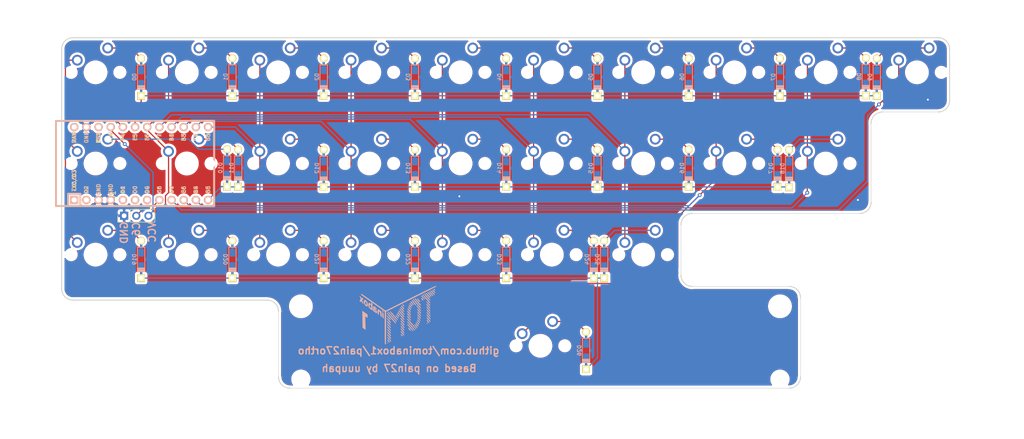
<source format=kicad_pcb>
(kicad_pcb (version 20171130) (host pcbnew "(5.1.10-1-10_14)")
  (layers (0 F.Cu signal) (31 B.Cu signal) (34 B.Paste user) (35 F.Paste user) (36 B.SilkS user) (37 F.SilkS user) (38 B.Mask user) (39 F.Mask user) (44 Edge.Cuts user))
  (net 0 "")
  (net 1 col0)
  (net 2 col1)
  (net 3 col2)
  (net 4 col3)
  (net 5 col4)
  (net 6 col5)
  (net 7 col6)
  (net 8 col7)
  (net 9 col8)
  (net 10 col9)
  (net 11 row0)
  (net 12 row1)
  (net 13 row2)
  (net 14 "Net-(D0-Pad2)")
  (net 15 "Net-(D1-Pad2)")
  (net 16 "Net-(D2-Pad2)")
  (net 17 "Net-(D3-Pad2)")
  (net 18 "Net-(D4-Pad2)")
  (net 19 "Net-(D5-Pad2)")
  (net 20 "Net-(D6-Pad2)")
  (net 21 "Net-(D7-Pad2)")
  (net 22 "Net-(D8-Pad2)")
  (net 23 "Net-(D9-Pad2)")
  (net 24 "Net-(D10-Pad2)")
  (net 25 "Net-(D11-Pad2)")
  (net 26 "Net-(D12-Pad2)")
  (net 27 "Net-(D13-Pad2)")
  (net 28 "Net-(D14-Pad2)")
  (net 29 "Net-(D15-Pad2)")
  (net 30 "Net-(D16-Pad2)")
  (net 31 "Net-(D17-Pad2)")
  (net 32 "Net-(D18-Pad2)")
  (net 33 "Net-(D19-Pad2)")
  (net 34 "Net-(D20-Pad2)")
  (net 35 "Net-(D21-Pad2)")
  (net 36 "Net-(D22-Pad2)")
  (net 37 "Net-(D23-Pad2)")
  (net 38 "Net-(D24-Pad2)")
  (net 39 "Net-(D25-Pad2)")
  (net 40 "Net-(D26-Pad2)")
  (net 41 "Net-(U1-Pad22)")
  (net 42 "Net-(U1-Pad1)")
  (net 43 "Net-(U1-Pad24)")
  (net 44 "Net-(U1-Pad7)")
  (net 45 "Net-(U1-Pad6)")
  (net 46 "Net-(U1-Pad5)")
  (net 47 "Net-(U1-Pad2)")
  (net 48 GND)
  (net 49 VCC)
  (net 50 /Data)
  (module pain27ortho_pcb:logo (layer B.Cu) (at 91.567 80.391 180)
    (fp_text reference G*** hide)
    (fp_text value LOGO hide)
  )
  (module Connector_PinHeader_2.54mm:PinHeader_1x03_P2.54mm_Vertical (layer F.Cu) (at 34.544 58.547 90)
    (fp_text reference J1 (at 4.385 -2.27 90) (layer F.SilkS))
    (fp_text value Conn_01x03_Male)
    (pad 3 thru_hole oval (at 0 5.08 90) (size 1.7 1.7) (drill 1) (layers *.Cu *.Mask) (net 49 VCC))
    (pad 2 thru_hole oval (at 0 2.54 90) (size 1.7 1.7) (drill 1) (layers *.Cu *.Mask) (net 50 /Data))
    (pad 1 thru_hole rect (at 0 0 90) (size 1.7 1.7) (drill 1) (layers *.Cu *.Mask) (net 48 GND))
  )
  (module MX_Only:MXOnly-6.25U-ReversedStabilizers-NoLED (layer F.Cu) (at 121.44375 85.725)
    (fp_text reference K26)
    (fp_text value 6.25U)
    (pad 2 thru_hole circle (at 2.54 -5.08) (size 2.25 2.25) (drill 1.47) (layers *.Cu B.Mask) (net 40 "Net-(D26-Pad2)"))
    (pad "" np_thru_hole circle (at 0 0) (size 3.9878 3.9878) (drill 3.9878) (layers *.Cu *.Mask))
    (pad 1 thru_hole circle (at -3.81 -2.54) (size 2.25 2.25) (drill 1.47) (layers *.Cu B.Mask) (net 8 col7))
    (pad "" np_thru_hole circle (at -5.08 0 48.0996) (size 1.75 1.75) (drill 1.75) (layers *.Cu *.Mask))
    (pad "" np_thru_hole circle (at 5.08 0 48.0996) (size 1.75 1.75) (drill 1.75) (layers *.Cu *.Mask))
    (pad "" np_thru_hole circle (at -49.9999 6.985) (size 3.048 3.048) (drill 3.048) (layers *.Cu *.Mask))
    (pad "" np_thru_hole circle (at 49.9999 6.985) (size 3.048 3.048) (drill 3.048) (layers *.Cu *.Mask))
    (pad "" np_thru_hole circle (at -49.9999 -8.255) (size 3.9878 3.9878) (drill 3.9878) (layers *.Cu *.Mask))
    (pad "" np_thru_hole circle (at 49.9999 -8.255) (size 3.9878 3.9878) (drill 3.9878) (layers *.Cu *.Mask))
  )
  (module Keebio-Parts:Diode-Hybrid-Back (layer F.Cu) (at 130.96875 86.725 270)
    (fp_text reference D26 (at -0.0254 1.4 270) (layer B.SilkS) (effects (font (size 0.8 0.8)) (justify mirror)))
    (fp_text value D hide)
    (pad 1 thru_hole rect (at 3.9 0 270) (size 1.6 1.6) (drill 1) (layers *.Cu *.Mask F.SilkS) (net 13 row2))
    (pad 2 thru_hole circle (at -3.9 0 270) (size 1.6 1.6) (drill 1) (layers *.Cu *.Mask F.SilkS) (net 40 "Net-(D26-Pad2)"))
    (pad 1 smd rect (at 2.5 0 270) (size 2.9 0.5) (layers B.Cu) (net 13 row2))
    (pad 1 smd rect (at 1.4 0 270) (size 1.6 1.2) (layers B.Cu B.Paste B.Mask) (net 13 row2))
    (pad 2 smd rect (at -1.4 0 270) (size 1.6 1.2) (layers B.Cu B.Paste B.Mask) (net 40 "Net-(D26-Pad2)"))
    (pad 2 smd rect (at -2.5 0 270) (size 2.9 0.5) (layers B.Cu) (net 40 "Net-(D26-Pad2)"))
  )
  (module Keebio-Parts:Diode-Hybrid-Back (layer F.Cu) (at 134.747 67.675 270)
    (fp_text reference D25 (at -0.0254 1.4 270) (layer B.SilkS) (effects (font (size 0.8 0.8)) (justify mirror)))
    (fp_text value D hide)
    (pad 1 thru_hole rect (at 3.9 0 270) (size 1.6 1.6) (drill 1) (layers *.Cu *.Mask F.SilkS) (net 13 row2))
    (pad 2 thru_hole circle (at -3.9 0 270) (size 1.6 1.6) (drill 1) (layers *.Cu *.Mask F.SilkS) (net 39 "Net-(D25-Pad2)"))
    (pad 1 smd rect (at 2.5 0 270) (size 2.9 0.5) (layers B.Cu) (net 13 row2))
    (pad 1 smd rect (at 1.4 0 270) (size 1.6 1.2) (layers B.Cu B.Paste B.Mask) (net 13 row2))
    (pad 2 smd rect (at -1.4 0 270) (size 1.6 1.2) (layers B.Cu B.Paste B.Mask) (net 39 "Net-(D25-Pad2)"))
    (pad 2 smd rect (at -2.5 0 270) (size 2.9 0.5) (layers B.Cu) (net 39 "Net-(D25-Pad2)"))
  )
  (module Keebio-Parts:Diode-Hybrid-Back (layer F.Cu) (at 132.588 67.675 270)
    (fp_text reference D24 (at -0.0254 1.4 270) (layer B.SilkS) (effects (font (size 0.8 0.8)) (justify mirror)))
    (fp_text value D hide)
    (pad 1 thru_hole rect (at 3.9 0 270) (size 1.6 1.6) (drill 1) (layers *.Cu *.Mask F.SilkS) (net 13 row2))
    (pad 2 thru_hole circle (at -3.9 0 270) (size 1.6 1.6) (drill 1) (layers *.Cu *.Mask F.SilkS) (net 38 "Net-(D24-Pad2)"))
    (pad 1 smd rect (at 2.5 0 270) (size 2.9 0.5) (layers B.Cu) (net 13 row2))
    (pad 1 smd rect (at 1.4 0 270) (size 1.6 1.2) (layers B.Cu B.Paste B.Mask) (net 13 row2))
    (pad 2 smd rect (at -1.4 0 270) (size 1.6 1.2) (layers B.Cu B.Paste B.Mask) (net 38 "Net-(D24-Pad2)"))
    (pad 2 smd rect (at -2.5 0 270) (size 2.9 0.5) (layers B.Cu) (net 38 "Net-(D24-Pad2)"))
  )
  (module Keebio-Parts:Diode-Hybrid-Back (layer F.Cu) (at 114.3 67.675 270)
    (fp_text reference D23 (at -0.0254 1.4 270) (layer B.SilkS) (effects (font (size 0.8 0.8)) (justify mirror)))
    (fp_text value D hide)
    (pad 1 thru_hole rect (at 3.9 0 270) (size 1.6 1.6) (drill 1) (layers *.Cu *.Mask F.SilkS) (net 13 row2))
    (pad 2 thru_hole circle (at -3.9 0 270) (size 1.6 1.6) (drill 1) (layers *.Cu *.Mask F.SilkS) (net 37 "Net-(D23-Pad2)"))
    (pad 1 smd rect (at 2.5 0 270) (size 2.9 0.5) (layers B.Cu) (net 13 row2))
    (pad 1 smd rect (at 1.4 0 270) (size 1.6 1.2) (layers B.Cu B.Paste B.Mask) (net 13 row2))
    (pad 2 smd rect (at -1.4 0 270) (size 1.6 1.2) (layers B.Cu B.Paste B.Mask) (net 37 "Net-(D23-Pad2)"))
    (pad 2 smd rect (at -2.5 0 270) (size 2.9 0.5) (layers B.Cu) (net 37 "Net-(D23-Pad2)"))
  )
  (module Keebio-Parts:Diode-Hybrid-Back (layer F.Cu) (at 95.25 67.675 270)
    (fp_text reference D22 (at -0.0254 1.4 270) (layer B.SilkS) (effects (font (size 0.8 0.8)) (justify mirror)))
    (fp_text value D hide)
    (pad 1 thru_hole rect (at 3.9 0 270) (size 1.6 1.6) (drill 1) (layers *.Cu *.Mask F.SilkS) (net 13 row2))
    (pad 2 thru_hole circle (at -3.9 0 270) (size 1.6 1.6) (drill 1) (layers *.Cu *.Mask F.SilkS) (net 36 "Net-(D22-Pad2)"))
    (pad 1 smd rect (at 2.5 0 270) (size 2.9 0.5) (layers B.Cu) (net 13 row2))
    (pad 1 smd rect (at 1.4 0 270) (size 1.6 1.2) (layers B.Cu B.Paste B.Mask) (net 13 row2))
    (pad 2 smd rect (at -1.4 0 270) (size 1.6 1.2) (layers B.Cu B.Paste B.Mask) (net 36 "Net-(D22-Pad2)"))
    (pad 2 smd rect (at -2.5 0 270) (size 2.9 0.5) (layers B.Cu) (net 36 "Net-(D22-Pad2)"))
  )
  (module Keebio-Parts:Diode-Hybrid-Back (layer F.Cu) (at 76.2 67.675 270)
    (fp_text reference D21 (at -0.0254 1.4 270) (layer B.SilkS) (effects (font (size 0.8 0.8)) (justify mirror)))
    (fp_text value D hide)
    (pad 1 thru_hole rect (at 3.9 0 270) (size 1.6 1.6) (drill 1) (layers *.Cu *.Mask F.SilkS) (net 13 row2))
    (pad 2 thru_hole circle (at -3.9 0 270) (size 1.6 1.6) (drill 1) (layers *.Cu *.Mask F.SilkS) (net 35 "Net-(D21-Pad2)"))
    (pad 1 smd rect (at 2.5 0 270) (size 2.9 0.5) (layers B.Cu) (net 13 row2))
    (pad 1 smd rect (at 1.4 0 270) (size 1.6 1.2) (layers B.Cu B.Paste B.Mask) (net 13 row2))
    (pad 2 smd rect (at -1.4 0 270) (size 1.6 1.2) (layers B.Cu B.Paste B.Mask) (net 35 "Net-(D21-Pad2)"))
    (pad 2 smd rect (at -2.5 0 270) (size 2.9 0.5) (layers B.Cu) (net 35 "Net-(D21-Pad2)"))
  )
  (module Keebio-Parts:Diode-Hybrid-Back (layer F.Cu) (at 57.15 67.675 270)
    (fp_text reference D20 (at -0.0254 1.4 270) (layer B.SilkS) (effects (font (size 0.8 0.8)) (justify mirror)))
    (fp_text value D hide)
    (pad 1 thru_hole rect (at 3.9 0 270) (size 1.6 1.6) (drill 1) (layers *.Cu *.Mask F.SilkS) (net 13 row2))
    (pad 2 thru_hole circle (at -3.9 0 270) (size 1.6 1.6) (drill 1) (layers *.Cu *.Mask F.SilkS) (net 34 "Net-(D20-Pad2)"))
    (pad 1 smd rect (at 2.5 0 270) (size 2.9 0.5) (layers B.Cu) (net 13 row2))
    (pad 1 smd rect (at 1.4 0 270) (size 1.6 1.2) (layers B.Cu B.Paste B.Mask) (net 13 row2))
    (pad 2 smd rect (at -1.4 0 270) (size 1.6 1.2) (layers B.Cu B.Paste B.Mask) (net 34 "Net-(D20-Pad2)"))
    (pad 2 smd rect (at -2.5 0 270) (size 2.9 0.5) (layers B.Cu) (net 34 "Net-(D20-Pad2)"))
  )
  (module Keebio-Parts:Diode-Hybrid-Back (layer F.Cu) (at 38.1 67.675 270)
    (fp_text reference D19 (at -0.0254 1.4 270) (layer B.SilkS) (effects (font (size 0.8 0.8)) (justify mirror)))
    (fp_text value D hide)
    (pad 1 thru_hole rect (at 3.9 0 270) (size 1.6 1.6) (drill 1) (layers *.Cu *.Mask F.SilkS) (net 13 row2))
    (pad 2 thru_hole circle (at -3.9 0 270) (size 1.6 1.6) (drill 1) (layers *.Cu *.Mask F.SilkS) (net 33 "Net-(D19-Pad2)"))
    (pad 1 smd rect (at 2.5 0 270) (size 2.9 0.5) (layers B.Cu) (net 13 row2))
    (pad 1 smd rect (at 1.4 0 270) (size 1.6 1.2) (layers B.Cu B.Paste B.Mask) (net 13 row2))
    (pad 2 smd rect (at -1.4 0 270) (size 1.6 1.2) (layers B.Cu B.Paste B.Mask) (net 33 "Net-(D19-Pad2)"))
    (pad 2 smd rect (at -2.5 0 270) (size 2.9 0.5) (layers B.Cu) (net 33 "Net-(D19-Pad2)"))
  )
  (module Keebio-Parts:Diode-Hybrid-Back (layer F.Cu) (at 173.355 48.681 270)
    (fp_text reference D18 (at -0.0254 1.4 270) (layer B.SilkS) (effects (font (size 0.8 0.8)) (justify mirror)))
    (fp_text value D hide)
    (pad 1 thru_hole rect (at 3.9 0 270) (size 1.6 1.6) (drill 1) (layers *.Cu *.Mask F.SilkS) (net 12 row1))
    (pad 2 thru_hole circle (at -3.9 0 270) (size 1.6 1.6) (drill 1) (layers *.Cu *.Mask F.SilkS) (net 32 "Net-(D18-Pad2)"))
    (pad 1 smd rect (at 2.5 0 270) (size 2.9 0.5) (layers B.Cu) (net 12 row1))
    (pad 1 smd rect (at 1.4 0 270) (size 1.6 1.2) (layers B.Cu B.Paste B.Mask) (net 12 row1))
    (pad 2 smd rect (at -1.4 0 270) (size 1.6 1.2) (layers B.Cu B.Paste B.Mask) (net 32 "Net-(D18-Pad2)"))
    (pad 2 smd rect (at -2.5 0 270) (size 2.9 0.5) (layers B.Cu) (net 32 "Net-(D18-Pad2)"))
  )
  (module Keebio-Parts:Diode-Hybrid-Back (layer F.Cu) (at 170.942 48.625 270)
    (fp_text reference D17 (at -0.0254 1.4 270) (layer B.SilkS) (effects (font (size 0.8 0.8)) (justify mirror)))
    (fp_text value D hide)
    (pad 1 thru_hole rect (at 3.9 0 270) (size 1.6 1.6) (drill 1) (layers *.Cu *.Mask F.SilkS) (net 12 row1))
    (pad 2 thru_hole circle (at -3.9 0 270) (size 1.6 1.6) (drill 1) (layers *.Cu *.Mask F.SilkS) (net 31 "Net-(D17-Pad2)"))
    (pad 1 smd rect (at 2.5 0 270) (size 2.9 0.5) (layers B.Cu) (net 12 row1))
    (pad 1 smd rect (at 1.4 0 270) (size 1.6 1.2) (layers B.Cu B.Paste B.Mask) (net 12 row1))
    (pad 2 smd rect (at -1.4 0 270) (size 1.6 1.2) (layers B.Cu B.Paste B.Mask) (net 31 "Net-(D17-Pad2)"))
    (pad 2 smd rect (at -2.5 0 270) (size 2.9 0.5) (layers B.Cu) (net 31 "Net-(D17-Pad2)"))
  )
  (module Keebio-Parts:Diode-Hybrid-Back (layer F.Cu) (at 152.4 48.60625 270)
    (fp_text reference D16 (at -0.0254 1.4 270) (layer B.SilkS) (effects (font (size 0.8 0.8)) (justify mirror)))
    (fp_text value D hide)
    (pad 1 thru_hole rect (at 3.9 0 270) (size 1.6 1.6) (drill 1) (layers *.Cu *.Mask F.SilkS) (net 12 row1))
    (pad 2 thru_hole circle (at -3.9 0 270) (size 1.6 1.6) (drill 1) (layers *.Cu *.Mask F.SilkS) (net 30 "Net-(D16-Pad2)"))
    (pad 1 smd rect (at 2.5 0 270) (size 2.9 0.5) (layers B.Cu) (net 12 row1))
    (pad 1 smd rect (at 1.4 0 270) (size 1.6 1.2) (layers B.Cu B.Paste B.Mask) (net 12 row1))
    (pad 2 smd rect (at -1.4 0 270) (size 1.6 1.2) (layers B.Cu B.Paste B.Mask) (net 30 "Net-(D16-Pad2)"))
    (pad 2 smd rect (at -2.5 0 270) (size 2.9 0.5) (layers B.Cu) (net 30 "Net-(D16-Pad2)"))
  )
  (module Keebio-Parts:Diode-Hybrid-Back (layer F.Cu) (at 133.35 48.625 270)
    (fp_text reference D15 (at -0.0254 1.4 270) (layer B.SilkS) (effects (font (size 0.8 0.8)) (justify mirror)))
    (fp_text value D hide)
    (pad 1 thru_hole rect (at 3.9 0 270) (size 1.6 1.6) (drill 1) (layers *.Cu *.Mask F.SilkS) (net 12 row1))
    (pad 2 thru_hole circle (at -3.9 0 270) (size 1.6 1.6) (drill 1) (layers *.Cu *.Mask F.SilkS) (net 29 "Net-(D15-Pad2)"))
    (pad 1 smd rect (at 2.5 0 270) (size 2.9 0.5) (layers B.Cu) (net 12 row1))
    (pad 1 smd rect (at 1.4 0 270) (size 1.6 1.2) (layers B.Cu B.Paste B.Mask) (net 12 row1))
    (pad 2 smd rect (at -1.4 0 270) (size 1.6 1.2) (layers B.Cu B.Paste B.Mask) (net 29 "Net-(D15-Pad2)"))
    (pad 2 smd rect (at -2.5 0 270) (size 2.9 0.5) (layers B.Cu) (net 29 "Net-(D15-Pad2)"))
  )
  (module Keebio-Parts:Diode-Hybrid-Back (layer F.Cu) (at 114.3 48.60625 270)
    (fp_text reference D14 (at -0.0254 1.4 270) (layer B.SilkS) (effects (font (size 0.8 0.8)) (justify mirror)))
    (fp_text value D hide)
    (pad 1 thru_hole rect (at 3.9 0 270) (size 1.6 1.6) (drill 1) (layers *.Cu *.Mask F.SilkS) (net 12 row1))
    (pad 2 thru_hole circle (at -3.9 0 270) (size 1.6 1.6) (drill 1) (layers *.Cu *.Mask F.SilkS) (net 28 "Net-(D14-Pad2)"))
    (pad 1 smd rect (at 2.5 0 270) (size 2.9 0.5) (layers B.Cu) (net 12 row1))
    (pad 1 smd rect (at 1.4 0 270) (size 1.6 1.2) (layers B.Cu B.Paste B.Mask) (net 12 row1))
    (pad 2 smd rect (at -1.4 0 270) (size 1.6 1.2) (layers B.Cu B.Paste B.Mask) (net 28 "Net-(D14-Pad2)"))
    (pad 2 smd rect (at -2.5 0 270) (size 2.9 0.5) (layers B.Cu) (net 28 "Net-(D14-Pad2)"))
  )
  (module Keebio-Parts:Diode-Hybrid-Back (layer F.Cu) (at 95.25 48.625 270)
    (fp_text reference D13 (at -0.0254 1.4 270) (layer B.SilkS) (effects (font (size 0.8 0.8)) (justify mirror)))
    (fp_text value D hide)
    (pad 1 thru_hole rect (at 3.9 0 270) (size 1.6 1.6) (drill 1) (layers *.Cu *.Mask F.SilkS) (net 12 row1))
    (pad 2 thru_hole circle (at -3.9 0 270) (size 1.6 1.6) (drill 1) (layers *.Cu *.Mask F.SilkS) (net 27 "Net-(D13-Pad2)"))
    (pad 1 smd rect (at 2.5 0 270) (size 2.9 0.5) (layers B.Cu) (net 12 row1))
    (pad 1 smd rect (at 1.4 0 270) (size 1.6 1.2) (layers B.Cu B.Paste B.Mask) (net 12 row1))
    (pad 2 smd rect (at -1.4 0 270) (size 1.6 1.2) (layers B.Cu B.Paste B.Mask) (net 27 "Net-(D13-Pad2)"))
    (pad 2 smd rect (at -2.5 0 270) (size 2.9 0.5) (layers B.Cu) (net 27 "Net-(D13-Pad2)"))
  )
  (module Keebio-Parts:Diode-Hybrid-Back (layer F.Cu) (at 76.2 48.625 270)
    (fp_text reference D12 (at -0.0254 1.4 270) (layer B.SilkS) (effects (font (size 0.8 0.8)) (justify mirror)))
    (fp_text value D hide)
    (pad 1 thru_hole rect (at 3.9 0 270) (size 1.6 1.6) (drill 1) (layers *.Cu *.Mask F.SilkS) (net 12 row1))
    (pad 2 thru_hole circle (at -3.9 0 270) (size 1.6 1.6) (drill 1) (layers *.Cu *.Mask F.SilkS) (net 26 "Net-(D12-Pad2)"))
    (pad 1 smd rect (at 2.5 0 270) (size 2.9 0.5) (layers B.Cu) (net 12 row1))
    (pad 1 smd rect (at 1.4 0 270) (size 1.6 1.2) (layers B.Cu B.Paste B.Mask) (net 12 row1))
    (pad 2 smd rect (at -1.4 0 270) (size 1.6 1.2) (layers B.Cu B.Paste B.Mask) (net 26 "Net-(D12-Pad2)"))
    (pad 2 smd rect (at -2.5 0 270) (size 2.9 0.5) (layers B.Cu) (net 26 "Net-(D12-Pad2)"))
  )
  (module Keebio-Parts:Diode-Hybrid-Back (layer F.Cu) (at 58.35 48.6 270)
    (fp_text reference D11 (at -0.0254 1.4 270) (layer B.SilkS) (effects (font (size 0.8 0.8)) (justify mirror)))
    (fp_text value D hide)
    (pad 1 thru_hole rect (at 3.9 0 270) (size 1.6 1.6) (drill 1) (layers *.Cu *.Mask F.SilkS) (net 12 row1))
    (pad 2 thru_hole circle (at -3.9 0 270) (size 1.6 1.6) (drill 1) (layers *.Cu *.Mask F.SilkS) (net 25 "Net-(D11-Pad2)"))
    (pad 1 smd rect (at 2.5 0 270) (size 2.9 0.5) (layers B.Cu) (net 12 row1))
    (pad 1 smd rect (at 1.4 0 270) (size 1.6 1.2) (layers B.Cu B.Paste B.Mask) (net 12 row1))
    (pad 2 smd rect (at -1.4 0 270) (size 1.6 1.2) (layers B.Cu B.Paste B.Mask) (net 25 "Net-(D11-Pad2)"))
    (pad 2 smd rect (at -2.5 0 270) (size 2.9 0.5) (layers B.Cu) (net 25 "Net-(D11-Pad2)"))
  )
  (module Keebio-Parts:Diode-Hybrid-Back (layer F.Cu) (at 56.04 48.55 270)
    (fp_text reference D10 (at -0.0254 1.4 270) (layer B.SilkS) (effects (font (size 0.8 0.8)) (justify mirror)))
    (fp_text value D hide)
    (pad 1 thru_hole rect (at 3.9 0 270) (size 1.6 1.6) (drill 1) (layers *.Cu *.Mask F.SilkS) (net 12 row1))
    (pad 2 thru_hole circle (at -3.9 0 270) (size 1.6 1.6) (drill 1) (layers *.Cu *.Mask F.SilkS) (net 24 "Net-(D10-Pad2)"))
    (pad 1 smd rect (at 2.5 0 270) (size 2.9 0.5) (layers B.Cu) (net 12 row1))
    (pad 1 smd rect (at 1.4 0 270) (size 1.6 1.2) (layers B.Cu B.Paste B.Mask) (net 12 row1))
    (pad 2 smd rect (at -1.4 0 270) (size 1.6 1.2) (layers B.Cu B.Paste B.Mask) (net 24 "Net-(D10-Pad2)"))
    (pad 2 smd rect (at -2.5 0 270) (size 2.9 0.5) (layers B.Cu) (net 24 "Net-(D10-Pad2)"))
  )
  (module Keebio-Parts:Diode-Hybrid-Back (layer F.Cu) (at 191.643 29.591 270)
    (fp_text reference D9 (at -0.0254 1.4 270) (layer B.SilkS) (effects (font (size 0.8 0.8)) (justify mirror)))
    (fp_text value D hide)
    (pad 1 thru_hole rect (at 3.9 0 270) (size 1.6 1.6) (drill 1) (layers *.Cu *.Mask F.SilkS) (net 11 row0))
    (pad 2 thru_hole circle (at -3.9 0 270) (size 1.6 1.6) (drill 1) (layers *.Cu *.Mask F.SilkS) (net 23 "Net-(D9-Pad2)"))
    (pad 1 smd rect (at 2.5 0 270) (size 2.9 0.5) (layers B.Cu) (net 11 row0))
    (pad 1 smd rect (at 1.4 0 270) (size 1.6 1.2) (layers B.Cu B.Paste B.Mask) (net 11 row0))
    (pad 2 smd rect (at -1.4 0 270) (size 1.6 1.2) (layers B.Cu B.Paste B.Mask) (net 23 "Net-(D9-Pad2)"))
    (pad 2 smd rect (at -2.5 0 270) (size 2.9 0.5) (layers B.Cu) (net 23 "Net-(D9-Pad2)"))
  )
  (module Keebio-Parts:Diode-Hybrid-Back (layer F.Cu) (at 189.357 29.504 270)
    (fp_text reference D8 (at -0.0254 1.4 270) (layer B.SilkS) (effects (font (size 0.8 0.8)) (justify mirror)))
    (fp_text value D hide)
    (pad 1 thru_hole rect (at 3.9 0 270) (size 1.6 1.6) (drill 1) (layers *.Cu *.Mask F.SilkS) (net 11 row0))
    (pad 2 thru_hole circle (at -3.9 0 270) (size 1.6 1.6) (drill 1) (layers *.Cu *.Mask F.SilkS) (net 22 "Net-(D8-Pad2)"))
    (pad 1 smd rect (at 2.5 0 270) (size 2.9 0.5) (layers B.Cu) (net 11 row0))
    (pad 1 smd rect (at 1.4 0 270) (size 1.6 1.2) (layers B.Cu B.Paste B.Mask) (net 11 row0))
    (pad 2 smd rect (at -1.4 0 270) (size 1.6 1.2) (layers B.Cu B.Paste B.Mask) (net 22 "Net-(D8-Pad2)"))
    (pad 2 smd rect (at -2.5 0 270) (size 2.9 0.5) (layers B.Cu) (net 22 "Net-(D8-Pad2)"))
  )
  (module Keebio-Parts:Diode-Hybrid-Back (layer F.Cu) (at 171.45 29.575 270)
    (fp_text reference D7 (at -0.0254 1.4 270) (layer B.SilkS) (effects (font (size 0.8 0.8)) (justify mirror)))
    (fp_text value D hide)
    (pad 1 thru_hole rect (at 3.9 0 270) (size 1.6 1.6) (drill 1) (layers *.Cu *.Mask F.SilkS) (net 11 row0))
    (pad 2 thru_hole circle (at -3.9 0 270) (size 1.6 1.6) (drill 1) (layers *.Cu *.Mask F.SilkS) (net 21 "Net-(D7-Pad2)"))
    (pad 1 smd rect (at 2.5 0 270) (size 2.9 0.5) (layers B.Cu) (net 11 row0))
    (pad 1 smd rect (at 1.4 0 270) (size 1.6 1.2) (layers B.Cu B.Paste B.Mask) (net 11 row0))
    (pad 2 smd rect (at -1.4 0 270) (size 1.6 1.2) (layers B.Cu B.Paste B.Mask) (net 21 "Net-(D7-Pad2)"))
    (pad 2 smd rect (at -2.5 0 270) (size 2.9 0.5) (layers B.Cu) (net 21 "Net-(D7-Pad2)"))
  )
  (module Keebio-Parts:Diode-Hybrid-Back (layer F.Cu) (at 152.4 29.55625 270)
    (fp_text reference D6 (at -0.0254 1.4 270) (layer B.SilkS) (effects (font (size 0.8 0.8)) (justify mirror)))
    (fp_text value D hide)
    (pad 1 thru_hole rect (at 3.9 0 270) (size 1.6 1.6) (drill 1) (layers *.Cu *.Mask F.SilkS) (net 11 row0))
    (pad 2 thru_hole circle (at -3.9 0 270) (size 1.6 1.6) (drill 1) (layers *.Cu *.Mask F.SilkS) (net 20 "Net-(D6-Pad2)"))
    (pad 1 smd rect (at 2.5 0 270) (size 2.9 0.5) (layers B.Cu) (net 11 row0))
    (pad 1 smd rect (at 1.4 0 270) (size 1.6 1.2) (layers B.Cu B.Paste B.Mask) (net 11 row0))
    (pad 2 smd rect (at -1.4 0 270) (size 1.6 1.2) (layers B.Cu B.Paste B.Mask) (net 20 "Net-(D6-Pad2)"))
    (pad 2 smd rect (at -2.5 0 270) (size 2.9 0.5) (layers B.Cu) (net 20 "Net-(D6-Pad2)"))
  )
  (module Keebio-Parts:Diode-Hybrid-Back (layer F.Cu) (at 133.35 29.575 270)
    (fp_text reference D5 (at -0.0254 1.4 270) (layer B.SilkS) (effects (font (size 0.8 0.8)) (justify mirror)))
    (fp_text value D hide)
    (pad 1 thru_hole rect (at 3.9 0 270) (size 1.6 1.6) (drill 1) (layers *.Cu *.Mask F.SilkS) (net 11 row0))
    (pad 2 thru_hole circle (at -3.9 0 270) (size 1.6 1.6) (drill 1) (layers *.Cu *.Mask F.SilkS) (net 19 "Net-(D5-Pad2)"))
    (pad 1 smd rect (at 2.5 0 270) (size 2.9 0.5) (layers B.Cu) (net 11 row0))
    (pad 1 smd rect (at 1.4 0 270) (size 1.6 1.2) (layers B.Cu B.Paste B.Mask) (net 11 row0))
    (pad 2 smd rect (at -1.4 0 270) (size 1.6 1.2) (layers B.Cu B.Paste B.Mask) (net 19 "Net-(D5-Pad2)"))
    (pad 2 smd rect (at -2.5 0 270) (size 2.9 0.5) (layers B.Cu) (net 19 "Net-(D5-Pad2)"))
  )
  (module Keebio-Parts:Diode-Hybrid-Back (layer F.Cu) (at 114.3 29.575 270)
    (fp_text reference D4 (at -0.0254 1.4 270) (layer B.SilkS) (effects (font (size 0.8 0.8)) (justify mirror)))
    (fp_text value D hide)
    (pad 1 thru_hole rect (at 3.9 0 270) (size 1.6 1.6) (drill 1) (layers *.Cu *.Mask F.SilkS) (net 11 row0))
    (pad 2 thru_hole circle (at -3.9 0 270) (size 1.6 1.6) (drill 1) (layers *.Cu *.Mask F.SilkS) (net 18 "Net-(D4-Pad2)"))
    (pad 1 smd rect (at 2.5 0 270) (size 2.9 0.5) (layers B.Cu) (net 11 row0))
    (pad 1 smd rect (at 1.4 0 270) (size 1.6 1.2) (layers B.Cu B.Paste B.Mask) (net 11 row0))
    (pad 2 smd rect (at -1.4 0 270) (size 1.6 1.2) (layers B.Cu B.Paste B.Mask) (net 18 "Net-(D4-Pad2)"))
    (pad 2 smd rect (at -2.5 0 270) (size 2.9 0.5) (layers B.Cu) (net 18 "Net-(D4-Pad2)"))
  )
  (module Keebio-Parts:Diode-Hybrid-Back (layer F.Cu) (at 95.25 29.575 270)
    (fp_text reference D3 (at -0.0254 1.4 270) (layer B.SilkS) (effects (font (size 0.8 0.8)) (justify mirror)))
    (fp_text value D hide)
    (pad 1 thru_hole rect (at 3.9 0 270) (size 1.6 1.6) (drill 1) (layers *.Cu *.Mask F.SilkS) (net 11 row0))
    (pad 2 thru_hole circle (at -3.9 0 270) (size 1.6 1.6) (drill 1) (layers *.Cu *.Mask F.SilkS) (net 17 "Net-(D3-Pad2)"))
    (pad 1 smd rect (at 2.5 0 270) (size 2.9 0.5) (layers B.Cu) (net 11 row0))
    (pad 1 smd rect (at 1.4 0 270) (size 1.6 1.2) (layers B.Cu B.Paste B.Mask) (net 11 row0))
    (pad 2 smd rect (at -1.4 0 270) (size 1.6 1.2) (layers B.Cu B.Paste B.Mask) (net 17 "Net-(D3-Pad2)"))
    (pad 2 smd rect (at -2.5 0 270) (size 2.9 0.5) (layers B.Cu) (net 17 "Net-(D3-Pad2)"))
  )
  (module Keebio-Parts:Diode-Hybrid-Back (layer F.Cu) (at 76.2 29.55625 270)
    (fp_text reference D2 (at -0.0254 1.4 270) (layer B.SilkS) (effects (font (size 0.8 0.8)) (justify mirror)))
    (fp_text value D hide)
    (pad 1 thru_hole rect (at 3.9 0 270) (size 1.6 1.6) (drill 1) (layers *.Cu *.Mask F.SilkS) (net 11 row0))
    (pad 2 thru_hole circle (at -3.9 0 270) (size 1.6 1.6) (drill 1) (layers *.Cu *.Mask F.SilkS) (net 16 "Net-(D2-Pad2)"))
    (pad 1 smd rect (at 2.5 0 270) (size 2.9 0.5) (layers B.Cu) (net 11 row0))
    (pad 1 smd rect (at 1.4 0 270) (size 1.6 1.2) (layers B.Cu B.Paste B.Mask) (net 11 row0))
    (pad 2 smd rect (at -1.4 0 270) (size 1.6 1.2) (layers B.Cu B.Paste B.Mask) (net 16 "Net-(D2-Pad2)"))
    (pad 2 smd rect (at -2.5 0 270) (size 2.9 0.5) (layers B.Cu) (net 16 "Net-(D2-Pad2)"))
  )
  (module Keebio-Parts:Diode-Hybrid-Back (layer F.Cu) (at 57.15 29.55625 270)
    (fp_text reference D1 (at -0.0254 1.4 270) (layer B.SilkS) (effects (font (size 0.8 0.8)) (justify mirror)))
    (fp_text value D hide)
    (pad 1 thru_hole rect (at 3.9 0 270) (size 1.6 1.6) (drill 1) (layers *.Cu *.Mask F.SilkS) (net 11 row0))
    (pad 2 thru_hole circle (at -3.9 0 270) (size 1.6 1.6) (drill 1) (layers *.Cu *.Mask F.SilkS) (net 15 "Net-(D1-Pad2)"))
    (pad 1 smd rect (at 2.5 0 270) (size 2.9 0.5) (layers B.Cu) (net 11 row0))
    (pad 1 smd rect (at 1.4 0 270) (size 1.6 1.2) (layers B.Cu B.Paste B.Mask) (net 11 row0))
    (pad 2 smd rect (at -1.4 0 270) (size 1.6 1.2) (layers B.Cu B.Paste B.Mask) (net 15 "Net-(D1-Pad2)"))
    (pad 2 smd rect (at -2.5 0 270) (size 2.9 0.5) (layers B.Cu) (net 15 "Net-(D1-Pad2)"))
  )
  (module Keebio-Parts:Diode-Hybrid-Back (layer F.Cu) (at 38.1 29.575 270)
    (fp_text reference D0 (at -0.0254 1.4 270) (layer B.SilkS) (effects (font (size 0.8 0.8)) (justify mirror)))
    (fp_text value D hide)
    (pad 1 thru_hole rect (at 3.9 0 270) (size 1.6 1.6) (drill 1) (layers *.Cu *.Mask F.SilkS) (net 11 row0))
    (pad 2 thru_hole circle (at -3.9 0 270) (size 1.6 1.6) (drill 1) (layers *.Cu *.Mask F.SilkS) (net 14 "Net-(D0-Pad2)"))
    (pad 1 smd rect (at 2.5 0 270) (size 2.9 0.5) (layers B.Cu) (net 11 row0))
    (pad 1 smd rect (at 1.4 0 270) (size 1.6 1.2) (layers B.Cu B.Paste B.Mask) (net 11 row0))
    (pad 2 smd rect (at -1.4 0 270) (size 1.6 1.2) (layers B.Cu B.Paste B.Mask) (net 14 "Net-(D0-Pad2)"))
    (pad 2 smd rect (at -2.5 0 270) (size 2.9 0.5) (layers B.Cu) (net 14 "Net-(D0-Pad2)"))
  )
  (module Keebio-Parts:ArduinoProMicro (layer F.Cu) (at 38.1 47.625)
    (fp_text reference U1 hide)
    (fp_text value ProMicro hide)
    (fp_text user ST (at -8.91 -5.04 90) (layer B.SilkS) (effects (font (size 0.8 0.8)) (justify mirror)))
    (fp_text user TX0/D3 (at -13.97 3.571872 90) (layer F.SilkS) (effects (font (size 0.8 0.8))))
    (fp_text user TX0/D3 (at -13.97 3.571872 90) (layer B.SilkS) (effects (font (size 0.8 0.8)) (justify mirror)))
    (fp_text user D2 (at -11.43 5.461 90) (layer F.SilkS) (effects (font (size 0.8 0.8))))
    (fp_text user D0 (at -1.27 5.461 90) (layer F.SilkS) (effects (font (size 0.8 0.8))))
    (fp_text user D1 (at -3.81 5.461 90) (layer F.SilkS) (effects (font (size 0.8 0.8))))
    (fp_text user GND (at -6.35 5.461 90) (layer F.SilkS) (effects (font (size 0.8 0.8))))
    (fp_text user GND (at -8.89 5.461 90) (layer F.SilkS) (effects (font (size 0.8 0.8))))
    (fp_text user D4 (at 1.27 5.461 90) (layer F.SilkS) (effects (font (size 0.8 0.8))))
    (fp_text user C6 (at 3.81 5.461 90) (layer F.SilkS) (effects (font (size 0.8 0.8))))
    (fp_text user D7 (at 6.35 5.461 90) (layer F.SilkS) (effects (font (size 0.8 0.8))))
    (fp_text user E6 (at 8.89 5.461 90) (layer F.SilkS) (effects (font (size 0.8 0.8))))
    (fp_text user B4 (at 11.43 5.461 90) (layer F.SilkS) (effects (font (size 0.8 0.8))))
    (fp_text user B5 (at 13.97 5.461 90) (layer F.SilkS) (effects (font (size 0.8 0.8))))
    (fp_text user B6 (at 13.97 -5.461 90) (layer F.SilkS) (effects (font (size 0.8 0.8))))
    (fp_text user B2 (at 11.43 -5.461 90) (layer B.SilkS) (effects (font (size 0.8 0.8)) (justify mirror)))
    (fp_text user B3 (at 8.89 -5.461 90) (layer F.SilkS) (effects (font (size 0.8 0.8))))
    (fp_text user B1 (at 6.35 -5.461 90) (layer F.SilkS) (effects (font (size 0.8 0.8))))
    (fp_text user F7 (at 3.81 -5.461 90) (layer B.SilkS) (effects (font (size 0.8 0.8)) (justify mirror)))
    (fp_text user F6 (at 1.27 -5.461 90) (layer B.SilkS) (effects (font (size 0.8 0.8)) (justify mirror)))
    (fp_text user F5 (at -1.27 -5.461 90) (layer B.SilkS) (effects (font (size 0.8 0.8)) (justify mirror)))
    (fp_text user F4 (at -3.81 -5.461 90) (layer F.SilkS) (effects (font (size 0.8 0.8))))
    (fp_text user VCC (at -6.35 -5.461 90) (layer F.SilkS) (effects (font (size 0.8 0.8))))
    (fp_text user ST (at -8.92 -5.73312 90) (layer F.SilkS) (effects (font (size 0.8 0.8))))
    (fp_text user GND (at -11.43 -5.461 90) (layer F.SilkS) (effects (font (size 0.8 0.8))))
    (fp_text user RAW (at -13.97 -5.461 90) (layer F.SilkS) (effects (font (size 0.8 0.8))))
    (fp_text user RAW (at -13.97 -5.461 90) (layer B.SilkS) (effects (font (size 0.8 0.8)) (justify mirror)))
    (fp_text user GND (at -11.43 -5.461 90) (layer B.SilkS) (effects (font (size 0.8 0.8)) (justify mirror)))
    (fp_text user VCC (at -6.35 -5.461 90) (layer B.SilkS) (effects (font (size 0.8 0.8)) (justify mirror)))
    (fp_text user F4 (at -3.81 -5.461 90) (layer B.SilkS) (effects (font (size 0.8 0.8)) (justify mirror)))
    (fp_text user F5 (at -1.27 -5.461 90) (layer F.SilkS) (effects (font (size 0.8 0.8))))
    (fp_text user F6 (at 1.27 -5.461 90) (layer F.SilkS) (effects (font (size 0.8 0.8))))
    (fp_text user F7 (at 3.81 -5.461 90) (layer F.SilkS) (effects (font (size 0.8 0.8))))
    (fp_text user B1 (at 6.35 -5.461 90) (layer B.SilkS) (effects (font (size 0.8 0.8)) (justify mirror)))
    (fp_text user B3 (at 8.89 -5.461 90) (layer B.SilkS) (effects (font (size 0.8 0.8)) (justify mirror)))
    (fp_text user B2 (at 11.43 -5.461 90) (layer F.SilkS) (effects (font (size 0.8 0.8))))
    (fp_text user B6 (at 13.97 -5.461 90) (layer B.SilkS) (effects (font (size 0.8 0.8)) (justify mirror)))
    (fp_text user B5 (at 13.97 5.461 90) (layer B.SilkS) (effects (font (size 0.8 0.8)) (justify mirror)))
    (fp_text user B4 (at 11.43 5.461 90) (layer B.SilkS) (effects (font (size 0.8 0.8)) (justify mirror)))
    (fp_text user E6 (at 8.89 5.461 90) (layer B.SilkS) (effects (font (size 0.8 0.8)) (justify mirror)))
    (fp_text user D7 (at 6.35 5.461 90) (layer B.SilkS) (effects (font (size 0.8 0.8)) (justify mirror)))
    (fp_text user C6 (at 3.81 5.461 90) (layer B.SilkS) (effects (font (size 0.8 0.8)) (justify mirror)))
    (fp_text user D4 (at 1.27 5.461 90) (layer B.SilkS) (effects (font (size 0.8 0.8)) (justify mirror)))
    (fp_text user GND (at -8.89 5.461 90) (layer B.SilkS) (effects (font (size 0.8 0.8)) (justify mirror)))
    (fp_text user GND (at -6.35 5.461 90) (layer B.SilkS) (effects (font (size 0.8 0.8)) (justify mirror)))
    (fp_text user D1 (at -3.81 5.461 90) (layer B.SilkS) (effects (font (size 0.8 0.8)) (justify mirror)))
    (fp_text user D0 (at -1.27 5.461 90) (layer B.SilkS) (effects (font (size 0.8 0.8)) (justify mirror)))
    (fp_text user D2 (at -11.43 5.461 90) (layer B.SilkS) (effects (font (size 0.8 0.8)) (justify mirror)))
    (pad 24 thru_hole circle (at -13.97 -7.62) (size 1.7526 1.7526) (drill 1.0922) (layers *.Cu *.SilkS *.Mask) (net 43 "Net-(U1-Pad24)"))
    (pad 12 thru_hole circle (at 13.97 7.62) (size 1.7526 1.7526) (drill 1.0922) (layers *.Cu *.SilkS *.Mask) (net 12 row1))
    (pad 23 thru_hole circle (at -11.43 -7.62) (size 1.7526 1.7526) (drill 1.0922) (layers *.Cu *.SilkS *.Mask) (net 48 GND))
    (pad 22 thru_hole circle (at -8.89 -7.62) (size 1.7526 1.7526) (drill 1.0922) (layers *.Cu *.SilkS *.Mask) (net 41 "Net-(U1-Pad22)"))
    (pad 21 thru_hole circle (at -6.35 -7.62) (size 1.7526 1.7526) (drill 1.0922) (layers *.Cu *.SilkS *.Mask) (net 49 VCC))
    (pad 20 thru_hole circle (at -3.81 -7.62) (size 1.7526 1.7526) (drill 1.0922) (layers *.Cu *.SilkS *.Mask) (net 1 col0))
    (pad 19 thru_hole circle (at -1.27 -7.62) (size 1.7526 1.7526) (drill 1.0922) (layers *.Cu *.SilkS *.Mask) (net 11 row0))
    (pad 18 thru_hole circle (at 1.27 -7.62) (size 1.7526 1.7526) (drill 1.0922) (layers *.Cu *.SilkS *.Mask) (net 2 col1))
    (pad 17 thru_hole circle (at 3.81 -7.62) (size 1.7526 1.7526) (drill 1.0922) (layers *.Cu *.SilkS *.Mask) (net 7 col6))
    (pad 16 thru_hole circle (at 6.35 -7.62) (size 1.7526 1.7526) (drill 1.0922) (layers *.Cu *.SilkS *.Mask) (net 6 col5))
    (pad 15 thru_hole circle (at 8.89 -7.62) (size 1.7526 1.7526) (drill 1.0922) (layers *.Cu *.SilkS *.Mask) (net 5 col4))
    (pad 14 thru_hole circle (at 11.43 -7.62) (size 1.7526 1.7526) (drill 1.0922) (layers *.Cu *.SilkS *.Mask) (net 4 col3))
    (pad 13 thru_hole circle (at 13.97 -7.62) (size 1.7526 1.7526) (drill 1.0922) (layers *.Cu *.SilkS *.Mask) (net 3 col2))
    (pad 11 thru_hole circle (at 11.43 7.62) (size 1.7526 1.7526) (drill 1.0922) (layers *.Cu *.SilkS *.Mask) (net 8 col7))
    (pad 10 thru_hole circle (at 8.89 7.62) (size 1.7526 1.7526) (drill 1.0922) (layers *.Cu *.SilkS *.Mask) (net 9 col8))
    (pad 9 thru_hole circle (at 6.35 7.62) (size 1.7526 1.7526) (drill 1.0922) (layers *.Cu *.SilkS *.Mask) (net 10 col9))
    (pad 8 thru_hole circle (at 3.81 7.62) (size 1.7526 1.7526) (drill 1.0922) (layers *.Cu *.SilkS *.Mask) (net 50 /Data))
    (pad 7 thru_hole circle (at 1.27 7.62) (size 1.7526 1.7526) (drill 1.0922) (layers *.Cu *.SilkS *.Mask) (net 44 "Net-(U1-Pad7)"))
    (pad 6 thru_hole circle (at -1.27 7.62) (size 1.7526 1.7526) (drill 1.0922) (layers *.Cu *.SilkS *.Mask) (net 45 "Net-(U1-Pad6)"))
    (pad 5 thru_hole circle (at -3.81 7.62) (size 1.7526 1.7526) (drill 1.0922) (layers *.Cu *.SilkS *.Mask) (net 46 "Net-(U1-Pad5)"))
    (pad 4 thru_hole circle (at -6.35 7.62) (size 1.7526 1.7526) (drill 1.0922) (layers *.Cu *.SilkS *.Mask) (net 48 GND))
    (pad 3 thru_hole circle (at -8.89 7.62) (size 1.7526 1.7526) (drill 1.0922) (layers *.Cu *.SilkS *.Mask) (net 48 GND))
    (pad 2 thru_hole circle (at -11.43 7.62) (size 1.7526 1.7526) (drill 1.0922) (layers *.Cu *.SilkS *.Mask) (net 47 "Net-(U1-Pad2)"))
    (pad 1 thru_hole rect (at -13.97 7.62) (size 1.7526 1.7526) (drill 1.0922) (layers *.Cu *.SilkS *.Mask) (net 42 "Net-(U1-Pad1)"))
  )
  (module MX_Only:MXOnly-1U-NoLED (layer F.Cu) (at 28.575 28.575)
    (fp_text reference K0)
    (fp_text value 1U)
    (pad 1 thru_hole circle (at -3.81 -2.54) (size 2.25 2.25) (drill 1.47) (layers *.Cu B.Mask) (net 1 col0))
    (pad 2 thru_hole circle (at 2.54 -5.08) (size 2.25 2.25) (drill 1.47) (layers *.Cu B.Mask) (net 14 "Net-(D0-Pad2)"))
    (pad "" np_thru_hole circle (at 0 0) (size 3.9878 3.9878) (drill 3.9878) (layers *.Cu *.Mask))
    (pad "" np_thru_hole circle (at -5.08 0 48.0996) (size 1.75 1.75) (drill 1.75) (layers *.Cu *.Mask))
    (pad "" np_thru_hole circle (at 5.08 0 48.0996) (size 1.75 1.75) (drill 1.75) (layers *.Cu *.Mask))
  )
  (module MX_Only:MXOnly-1U-NoLED (layer F.Cu) (at 47.625 28.575)
    (fp_text reference K1)
    (fp_text value 1U)
    (pad 1 thru_hole circle (at -3.81 -2.54) (size 2.25 2.25) (drill 1.47) (layers *.Cu B.Mask) (net 2 col1))
    (pad 2 thru_hole circle (at 2.54 -5.08) (size 2.25 2.25) (drill 1.47) (layers *.Cu B.Mask) (net 15 "Net-(D1-Pad2)"))
    (pad "" np_thru_hole circle (at 0 0) (size 3.9878 3.9878) (drill 3.9878) (layers *.Cu *.Mask))
    (pad "" np_thru_hole circle (at -5.08 0 48.0996) (size 1.75 1.75) (drill 1.75) (layers *.Cu *.Mask))
    (pad "" np_thru_hole circle (at 5.08 0 48.0996) (size 1.75 1.75) (drill 1.75) (layers *.Cu *.Mask))
  )
  (module MX_Only:MXOnly-1U-NoLED (layer F.Cu) (at 66.675 28.575)
    (fp_text reference K2)
    (fp_text value 1U)
    (pad 1 thru_hole circle (at -3.81 -2.54) (size 2.25 2.25) (drill 1.47) (layers *.Cu B.Mask) (net 3 col2))
    (pad 2 thru_hole circle (at 2.54 -5.08) (size 2.25 2.25) (drill 1.47) (layers *.Cu B.Mask) (net 16 "Net-(D2-Pad2)"))
    (pad "" np_thru_hole circle (at 0 0) (size 3.9878 3.9878) (drill 3.9878) (layers *.Cu *.Mask))
    (pad "" np_thru_hole circle (at -5.08 0 48.0996) (size 1.75 1.75) (drill 1.75) (layers *.Cu *.Mask))
    (pad "" np_thru_hole circle (at 5.08 0 48.0996) (size 1.75 1.75) (drill 1.75) (layers *.Cu *.Mask))
  )
  (module MX_Only:MXOnly-1U-NoLED (layer F.Cu) (at 85.725 28.575)
    (fp_text reference K3)
    (fp_text value 1U)
    (pad 1 thru_hole circle (at -3.81 -2.54) (size 2.25 2.25) (drill 1.47) (layers *.Cu B.Mask) (net 4 col3))
    (pad 2 thru_hole circle (at 2.54 -5.08) (size 2.25 2.25) (drill 1.47) (layers *.Cu B.Mask) (net 17 "Net-(D3-Pad2)"))
    (pad "" np_thru_hole circle (at 0 0) (size 3.9878 3.9878) (drill 3.9878) (layers *.Cu *.Mask))
    (pad "" np_thru_hole circle (at -5.08 0 48.0996) (size 1.75 1.75) (drill 1.75) (layers *.Cu *.Mask))
    (pad "" np_thru_hole circle (at 5.08 0 48.0996) (size 1.75 1.75) (drill 1.75) (layers *.Cu *.Mask))
  )
  (module MX_Only:MXOnly-1U-NoLED (layer F.Cu) (at 104.775 28.575)
    (fp_text reference K4)
    (fp_text value 1U)
    (pad 1 thru_hole circle (at -3.81 -2.54) (size 2.25 2.25) (drill 1.47) (layers *.Cu B.Mask) (net 5 col4))
    (pad 2 thru_hole circle (at 2.54 -5.08) (size 2.25 2.25) (drill 1.47) (layers *.Cu B.Mask) (net 18 "Net-(D4-Pad2)"))
    (pad "" np_thru_hole circle (at 0 0) (size 3.9878 3.9878) (drill 3.9878) (layers *.Cu *.Mask))
    (pad "" np_thru_hole circle (at -5.08 0 48.0996) (size 1.75 1.75) (drill 1.75) (layers *.Cu *.Mask))
    (pad "" np_thru_hole circle (at 5.08 0 48.0996) (size 1.75 1.75) (drill 1.75) (layers *.Cu *.Mask))
  )
  (module MX_Only:MXOnly-1U-NoLED (layer F.Cu) (at 123.825 28.575)
    (fp_text reference K5)
    (fp_text value 1U)
    (pad 1 thru_hole circle (at -3.81 -2.54) (size 2.25 2.25) (drill 1.47) (layers *.Cu B.Mask) (net 6 col5))
    (pad 2 thru_hole circle (at 2.54 -5.08) (size 2.25 2.25) (drill 1.47) (layers *.Cu B.Mask) (net 19 "Net-(D5-Pad2)"))
    (pad "" np_thru_hole circle (at 0 0) (size 3.9878 3.9878) (drill 3.9878) (layers *.Cu *.Mask))
    (pad "" np_thru_hole circle (at -5.08 0 48.0996) (size 1.75 1.75) (drill 1.75) (layers *.Cu *.Mask))
    (pad "" np_thru_hole circle (at 5.08 0 48.0996) (size 1.75 1.75) (drill 1.75) (layers *.Cu *.Mask))
  )
  (module MX_Only:MXOnly-1U-NoLED (layer F.Cu) (at 142.875 28.575)
    (fp_text reference K6)
    (fp_text value 1U)
    (pad 1 thru_hole circle (at -3.81 -2.54) (size 2.25 2.25) (drill 1.47) (layers *.Cu B.Mask) (net 7 col6))
    (pad 2 thru_hole circle (at 2.54 -5.08) (size 2.25 2.25) (drill 1.47) (layers *.Cu B.Mask) (net 20 "Net-(D6-Pad2)"))
    (pad "" np_thru_hole circle (at 0 0) (size 3.9878 3.9878) (drill 3.9878) (layers *.Cu *.Mask))
    (pad "" np_thru_hole circle (at -5.08 0 48.0996) (size 1.75 1.75) (drill 1.75) (layers *.Cu *.Mask))
    (pad "" np_thru_hole circle (at 5.08 0 48.0996) (size 1.75 1.75) (drill 1.75) (layers *.Cu *.Mask))
  )
  (module MX_Only:MXOnly-1U-NoLED (layer F.Cu) (at 161.925 28.575)
    (fp_text reference K7)
    (fp_text value 1U)
    (pad 1 thru_hole circle (at -3.81 -2.54) (size 2.25 2.25) (drill 1.47) (layers *.Cu B.Mask) (net 8 col7))
    (pad 2 thru_hole circle (at 2.54 -5.08) (size 2.25 2.25) (drill 1.47) (layers *.Cu B.Mask) (net 21 "Net-(D7-Pad2)"))
    (pad "" np_thru_hole circle (at 0 0) (size 3.9878 3.9878) (drill 3.9878) (layers *.Cu *.Mask))
    (pad "" np_thru_hole circle (at -5.08 0 48.0996) (size 1.75 1.75) (drill 1.75) (layers *.Cu *.Mask))
    (pad "" np_thru_hole circle (at 5.08 0 48.0996) (size 1.75 1.75) (drill 1.75) (layers *.Cu *.Mask))
  )
  (module MX_Only:MXOnly-1U-NoLED (layer F.Cu) (at 180.975 28.575)
    (fp_text reference K8)
    (fp_text value 1U)
    (pad 1 thru_hole circle (at -3.81 -2.54) (size 2.25 2.25) (drill 1.47) (layers *.Cu B.Mask) (net 9 col8))
    (pad 2 thru_hole circle (at 2.54 -5.08) (size 2.25 2.25) (drill 1.47) (layers *.Cu B.Mask) (net 22 "Net-(D8-Pad2)"))
    (pad "" np_thru_hole circle (at 0 0) (size 3.9878 3.9878) (drill 3.9878) (layers *.Cu *.Mask))
    (pad "" np_thru_hole circle (at -5.08 0 48.0996) (size 1.75 1.75) (drill 1.75) (layers *.Cu *.Mask))
    (pad "" np_thru_hole circle (at 5.08 0 48.0996) (size 1.75 1.75) (drill 1.75) (layers *.Cu *.Mask))
  )
  (module MX_Only:MXOnly-1U-NoLED (layer F.Cu) (at 200.025 28.575)
    (fp_text reference K9)
    (fp_text value 1U)
    (pad 1 thru_hole circle (at -3.81 -2.54) (size 2.25 2.25) (drill 1.47) (layers *.Cu B.Mask) (net 10 col9))
    (pad 2 thru_hole circle (at 2.54 -5.08) (size 2.25 2.25) (drill 1.47) (layers *.Cu B.Mask) (net 23 "Net-(D9-Pad2)"))
    (pad "" np_thru_hole circle (at 0 0) (size 3.9878 3.9878) (drill 3.9878) (layers *.Cu *.Mask))
    (pad "" np_thru_hole circle (at -5.08 0 48.0996) (size 1.75 1.75) (drill 1.75) (layers *.Cu *.Mask))
    (pad "" np_thru_hole circle (at 5.08 0 48.0996) (size 1.75 1.75) (drill 1.75) (layers *.Cu *.Mask))
  )
  (module MX_Only:MXOnly-1U-NoLED (layer F.Cu) (at 28.575 47.625)
    (fp_text reference K10)
    (fp_text value 1U)
    (pad 1 thru_hole circle (at -3.81 -2.54) (size 2.25 2.25) (drill 1.47) (layers *.Cu B.Mask) (net 1 col0))
    (pad 2 thru_hole circle (at 2.54 -5.08) (size 2.25 2.25) (drill 1.47) (layers *.Cu B.Mask) (net 24 "Net-(D10-Pad2)"))
    (pad "" np_thru_hole circle (at 0 0) (size 3.9878 3.9878) (drill 3.9878) (layers *.Cu *.Mask))
    (pad "" np_thru_hole circle (at -5.08 0 48.0996) (size 1.75 1.75) (drill 1.75) (layers *.Cu *.Mask))
    (pad "" np_thru_hole circle (at 5.08 0 48.0996) (size 1.75 1.75) (drill 1.75) (layers *.Cu *.Mask))
  )
  (module MX_Only:MXOnly-1U-NoLED (layer F.Cu) (at 47.625 47.625)
    (fp_text reference K11)
    (fp_text value 1U)
    (pad 1 thru_hole circle (at -3.81 -2.54) (size 2.25 2.25) (drill 1.47) (layers *.Cu B.Mask) (net 2 col1))
    (pad 2 thru_hole circle (at 2.54 -5.08) (size 2.25 2.25) (drill 1.47) (layers *.Cu B.Mask) (net 25 "Net-(D11-Pad2)"))
    (pad "" np_thru_hole circle (at 0 0) (size 3.9878 3.9878) (drill 3.9878) (layers *.Cu *.Mask))
    (pad "" np_thru_hole circle (at -5.08 0 48.0996) (size 1.75 1.75) (drill 1.75) (layers *.Cu *.Mask))
    (pad "" np_thru_hole circle (at 5.08 0 48.0996) (size 1.75 1.75) (drill 1.75) (layers *.Cu *.Mask))
  )
  (module MX_Only:MXOnly-1U-NoLED (layer F.Cu) (at 66.675 47.625)
    (fp_text reference K12)
    (fp_text value 1U)
    (pad 1 thru_hole circle (at -3.81 -2.54) (size 2.25 2.25) (drill 1.47) (layers *.Cu B.Mask) (net 3 col2))
    (pad 2 thru_hole circle (at 2.54 -5.08) (size 2.25 2.25) (drill 1.47) (layers *.Cu B.Mask) (net 26 "Net-(D12-Pad2)"))
    (pad "" np_thru_hole circle (at 0 0) (size 3.9878 3.9878) (drill 3.9878) (layers *.Cu *.Mask))
    (pad "" np_thru_hole circle (at -5.08 0 48.0996) (size 1.75 1.75) (drill 1.75) (layers *.Cu *.Mask))
    (pad "" np_thru_hole circle (at 5.08 0 48.0996) (size 1.75 1.75) (drill 1.75) (layers *.Cu *.Mask))
  )
  (module MX_Only:MXOnly-1U-NoLED (layer F.Cu) (at 85.725 47.625)
    (fp_text reference K13)
    (fp_text value 1U)
    (pad 1 thru_hole circle (at -3.81 -2.54) (size 2.25 2.25) (drill 1.47) (layers *.Cu B.Mask) (net 4 col3))
    (pad 2 thru_hole circle (at 2.54 -5.08) (size 2.25 2.25) (drill 1.47) (layers *.Cu B.Mask) (net 27 "Net-(D13-Pad2)"))
    (pad "" np_thru_hole circle (at 0 0) (size 3.9878 3.9878) (drill 3.9878) (layers *.Cu *.Mask))
    (pad "" np_thru_hole circle (at -5.08 0 48.0996) (size 1.75 1.75) (drill 1.75) (layers *.Cu *.Mask))
    (pad "" np_thru_hole circle (at 5.08 0 48.0996) (size 1.75 1.75) (drill 1.75) (layers *.Cu *.Mask))
  )
  (module MX_Only:MXOnly-1U-NoLED (layer F.Cu) (at 104.775 47.625)
    (fp_text reference K14)
    (fp_text value 1U)
    (pad 1 thru_hole circle (at -3.81 -2.54) (size 2.25 2.25) (drill 1.47) (layers *.Cu B.Mask) (net 5 col4))
    (pad 2 thru_hole circle (at 2.54 -5.08) (size 2.25 2.25) (drill 1.47) (layers *.Cu B.Mask) (net 28 "Net-(D14-Pad2)"))
    (pad "" np_thru_hole circle (at 0 0) (size 3.9878 3.9878) (drill 3.9878) (layers *.Cu *.Mask))
    (pad "" np_thru_hole circle (at -5.08 0 48.0996) (size 1.75 1.75) (drill 1.75) (layers *.Cu *.Mask))
    (pad "" np_thru_hole circle (at 5.08 0 48.0996) (size 1.75 1.75) (drill 1.75) (layers *.Cu *.Mask))
  )
  (module MX_Only:MXOnly-1U-NoLED (layer F.Cu) (at 123.825 47.625)
    (fp_text reference K15)
    (fp_text value 1U)
    (pad 1 thru_hole circle (at -3.81 -2.54) (size 2.25 2.25) (drill 1.47) (layers *.Cu B.Mask) (net 6 col5))
    (pad 2 thru_hole circle (at 2.54 -5.08) (size 2.25 2.25) (drill 1.47) (layers *.Cu B.Mask) (net 29 "Net-(D15-Pad2)"))
    (pad "" np_thru_hole circle (at 0 0) (size 3.9878 3.9878) (drill 3.9878) (layers *.Cu *.Mask))
    (pad "" np_thru_hole circle (at -5.08 0 48.0996) (size 1.75 1.75) (drill 1.75) (layers *.Cu *.Mask))
    (pad "" np_thru_hole circle (at 5.08 0 48.0996) (size 1.75 1.75) (drill 1.75) (layers *.Cu *.Mask))
  )
  (module MX_Only:MXOnly-1U-NoLED (layer F.Cu) (at 142.875 47.625)
    (fp_text reference K16)
    (fp_text value 1U)
    (pad 1 thru_hole circle (at -3.81 -2.54) (size 2.25 2.25) (drill 1.47) (layers *.Cu B.Mask) (net 7 col6))
    (pad 2 thru_hole circle (at 2.54 -5.08) (size 2.25 2.25) (drill 1.47) (layers *.Cu B.Mask) (net 30 "Net-(D16-Pad2)"))
    (pad "" np_thru_hole circle (at 0 0) (size 3.9878 3.9878) (drill 3.9878) (layers *.Cu *.Mask))
    (pad "" np_thru_hole circle (at -5.08 0 48.0996) (size 1.75 1.75) (drill 1.75) (layers *.Cu *.Mask))
    (pad "" np_thru_hole circle (at 5.08 0 48.0996) (size 1.75 1.75) (drill 1.75) (layers *.Cu *.Mask))
  )
  (module MX_Only:MXOnly-1U-NoLED (layer F.Cu) (at 161.925 47.625)
    (fp_text reference K17)
    (fp_text value 1U)
    (pad 1 thru_hole circle (at -3.81 -2.54) (size 2.25 2.25) (drill 1.47) (layers *.Cu B.Mask) (net 8 col7))
    (pad 2 thru_hole circle (at 2.54 -5.08) (size 2.25 2.25) (drill 1.47) (layers *.Cu B.Mask) (net 31 "Net-(D17-Pad2)"))
    (pad "" np_thru_hole circle (at 0 0) (size 3.9878 3.9878) (drill 3.9878) (layers *.Cu *.Mask))
    (pad "" np_thru_hole circle (at -5.08 0 48.0996) (size 1.75 1.75) (drill 1.75) (layers *.Cu *.Mask))
    (pad "" np_thru_hole circle (at 5.08 0 48.0996) (size 1.75 1.75) (drill 1.75) (layers *.Cu *.Mask))
  )
  (module MX_Only:MXOnly-1U-NoLED (layer F.Cu) (at 180.975 47.625)
    (fp_text reference K18)
    (fp_text value 1U)
    (pad 1 thru_hole circle (at -3.81 -2.54) (size 2.25 2.25) (drill 1.47) (layers *.Cu B.Mask) (net 9 col8))
    (pad 2 thru_hole circle (at 2.54 -5.08) (size 2.25 2.25) (drill 1.47) (layers *.Cu B.Mask) (net 32 "Net-(D18-Pad2)"))
    (pad "" np_thru_hole circle (at 0 0) (size 3.9878 3.9878) (drill 3.9878) (layers *.Cu *.Mask))
    (pad "" np_thru_hole circle (at -5.08 0 48.0996) (size 1.75 1.75) (drill 1.75) (layers *.Cu *.Mask))
    (pad "" np_thru_hole circle (at 5.08 0 48.0996) (size 1.75 1.75) (drill 1.75) (layers *.Cu *.Mask))
  )
  (module MX_Only:MXOnly-1U-NoLED (layer F.Cu) (at 28.575 66.675)
    (fp_text reference K19)
    (fp_text value 1U)
    (pad 1 thru_hole circle (at -3.81 -2.54) (size 2.25 2.25) (drill 1.47) (layers *.Cu B.Mask) (net 1 col0))
    (pad 2 thru_hole circle (at 2.54 -5.08) (size 2.25 2.25) (drill 1.47) (layers *.Cu B.Mask) (net 33 "Net-(D19-Pad2)"))
    (pad "" np_thru_hole circle (at 0 0) (size 3.9878 3.9878) (drill 3.9878) (layers *.Cu *.Mask))
    (pad "" np_thru_hole circle (at -5.08 0 48.0996) (size 1.75 1.75) (drill 1.75) (layers *.Cu *.Mask))
    (pad "" np_thru_hole circle (at 5.08 0 48.0996) (size 1.75 1.75) (drill 1.75) (layers *.Cu *.Mask))
  )
  (module MX_Only:MXOnly-1U-NoLED (layer F.Cu) (at 47.625 66.675)
    (fp_text reference K20)
    (fp_text value 1U)
    (pad 1 thru_hole circle (at -3.81 -2.54) (size 2.25 2.25) (drill 1.47) (layers *.Cu B.Mask) (net 2 col1))
    (pad 2 thru_hole circle (at 2.54 -5.08) (size 2.25 2.25) (drill 1.47) (layers *.Cu B.Mask) (net 34 "Net-(D20-Pad2)"))
    (pad "" np_thru_hole circle (at 0 0) (size 3.9878 3.9878) (drill 3.9878) (layers *.Cu *.Mask))
    (pad "" np_thru_hole circle (at -5.08 0 48.0996) (size 1.75 1.75) (drill 1.75) (layers *.Cu *.Mask))
    (pad "" np_thru_hole circle (at 5.08 0 48.0996) (size 1.75 1.75) (drill 1.75) (layers *.Cu *.Mask))
  )
  (module MX_Only:MXOnly-1U-NoLED (layer F.Cu) (at 66.675 66.675)
    (fp_text reference K21)
    (fp_text value 1U)
    (pad 1 thru_hole circle (at -3.81 -2.54) (size 2.25 2.25) (drill 1.47) (layers *.Cu B.Mask) (net 3 col2))
    (pad 2 thru_hole circle (at 2.54 -5.08) (size 2.25 2.25) (drill 1.47) (layers *.Cu B.Mask) (net 35 "Net-(D21-Pad2)"))
    (pad "" np_thru_hole circle (at 0 0) (size 3.9878 3.9878) (drill 3.9878) (layers *.Cu *.Mask))
    (pad "" np_thru_hole circle (at -5.08 0 48.0996) (size 1.75 1.75) (drill 1.75) (layers *.Cu *.Mask))
    (pad "" np_thru_hole circle (at 5.08 0 48.0996) (size 1.75 1.75) (drill 1.75) (layers *.Cu *.Mask))
  )
  (module MX_Only:MXOnly-1U-NoLED (layer F.Cu) (at 85.725 66.675)
    (fp_text reference K22)
    (fp_text value 1U)
    (pad 1 thru_hole circle (at -3.81 -2.54) (size 2.25 2.25) (drill 1.47) (layers *.Cu B.Mask) (net 4 col3))
    (pad 2 thru_hole circle (at 2.54 -5.08) (size 2.25 2.25) (drill 1.47) (layers *.Cu B.Mask) (net 36 "Net-(D22-Pad2)"))
    (pad "" np_thru_hole circle (at 0 0) (size 3.9878 3.9878) (drill 3.9878) (layers *.Cu *.Mask))
    (pad "" np_thru_hole circle (at -5.08 0 48.0996) (size 1.75 1.75) (drill 1.75) (layers *.Cu *.Mask))
    (pad "" np_thru_hole circle (at 5.08 0 48.0996) (size 1.75 1.75) (drill 1.75) (layers *.Cu *.Mask))
  )
  (module MX_Only:MXOnly-1U-NoLED (layer F.Cu) (at 104.775 66.675)
    (fp_text reference K23)
    (fp_text value 1U)
    (pad 1 thru_hole circle (at -3.81 -2.54) (size 2.25 2.25) (drill 1.47) (layers *.Cu B.Mask) (net 5 col4))
    (pad 2 thru_hole circle (at 2.54 -5.08) (size 2.25 2.25) (drill 1.47) (layers *.Cu B.Mask) (net 37 "Net-(D23-Pad2)"))
    (pad "" np_thru_hole circle (at 0 0) (size 3.9878 3.9878) (drill 3.9878) (layers *.Cu *.Mask))
    (pad "" np_thru_hole circle (at -5.08 0 48.0996) (size 1.75 1.75) (drill 1.75) (layers *.Cu *.Mask))
    (pad "" np_thru_hole circle (at 5.08 0 48.0996) (size 1.75 1.75) (drill 1.75) (layers *.Cu *.Mask))
  )
  (module MX_Only:MXOnly-1U-NoLED (layer F.Cu) (at 123.825 66.675)
    (fp_text reference K24)
    (fp_text value 1U)
    (pad 1 thru_hole circle (at -3.81 -2.54) (size 2.25 2.25) (drill 1.47) (layers *.Cu B.Mask) (net 6 col5))
    (pad 2 thru_hole circle (at 2.54 -5.08) (size 2.25 2.25) (drill 1.47) (layers *.Cu B.Mask) (net 38 "Net-(D24-Pad2)"))
    (pad "" np_thru_hole circle (at 0 0) (size 3.9878 3.9878) (drill 3.9878) (layers *.Cu *.Mask))
    (pad "" np_thru_hole circle (at -5.08 0 48.0996) (size 1.75 1.75) (drill 1.75) (layers *.Cu *.Mask))
    (pad "" np_thru_hole circle (at 5.08 0 48.0996) (size 1.75 1.75) (drill 1.75) (layers *.Cu *.Mask))
  )
  (module MX_Only:MXOnly-1U-NoLED (layer F.Cu) (at 142.875 66.675)
    (fp_text reference K25)
    (fp_text value 1U)
    (pad 1 thru_hole circle (at -3.81 -2.54) (size 2.25 2.25) (drill 1.47) (layers *.Cu B.Mask) (net 7 col6))
    (pad 2 thru_hole circle (at 2.54 -5.08) (size 2.25 2.25) (drill 1.47) (layers *.Cu B.Mask) (net 39 "Net-(D25-Pad2)"))
    (pad "" np_thru_hole circle (at 0 0) (size 3.9878 3.9878) (drill 3.9878) (layers *.Cu *.Mask))
    (pad "" np_thru_hole circle (at -5.08 0 48.0996) (size 1.75 1.75) (drill 1.75) (layers *.Cu *.Mask))
    (pad "" np_thru_hole circle (at 5.08 0 48.0996) (size 1.75 1.75) (drill 1.75) (layers *.Cu *.Mask))
  )
  (gr_text github.com/tominabox1/pain27ortho (at 91.821 86.741) (layer B.SilkS) (effects (font (size 1.5 1.5) (thickness 0.3)) (justify mirror)))
  (gr_text "Based on pain27 by uuupah" (at 91.948 90.424) (layer B.SilkS) (effects (font (size 1.5 1.5) (thickness 0.3)) (justify mirror)))
  (gr_text C6 (at 37.084 61.341 90) (layer B.SilkS) (effects (font (size 1.5 1.5) (thickness 0.3)) (justify mirror)))
  (gr_text VCC (at 40.386 61.976 90) (layer B.SilkS) (effects (font (size 1.5 1.5) (thickness 0.3)) (justify mirror)))
  (gr_text GND (at 34.544 62.103 90) (layer B.SilkS) (effects (font (size 1.5 1.5) (thickness 0.3)) (justify mirror)))
  (gr_line (start 192.8495 36.86175) (end 204.47 36.86175) (layer Edge.Cuts) (width 0.1))
  (gr_arc (start 204.47 34.4805) (end 204.47 36.86175) (angle -90) (layer Edge.Cuts) (width 0.2))
  (gr_line (start 190.46825 55.6895) (end 190.46825 39.243) (layer Edge.Cuts) (width 0.1))
  (gr_arc (start 192.8495 39.243) (end 192.8495 36.86175) (angle -90) (layer Edge.Cuts) (width 0.2))
  (gr_line (start 153.162 58.07075) (end 188.087 58.07075) (layer Edge.Cuts) (width 0.1))
  (gr_line (start 150.78075 70.9295) (end 150.78075 60.452) (layer Edge.Cuts) (width 0.1))
  (gr_arc (start 188.087 55.6895) (end 188.087 58.07075) (angle -90) (layer Edge.Cuts) (width 0.2))
  (gr_arc (start 153.162 60.452) (end 153.162 58.07075) (angle -90) (layer Edge.Cuts) (width 0.2))
  (gr_line (start 173.355 73.31075) (end 153.162 73.31075) (layer Edge.Cuts) (width 0.1))
  (gr_arc (start 153.162 70.9295) (end 150.78075 70.9295) (angle -90) (layer Edge.Cuts) (width 0.2))
  (gr_arc (start 173.355 75.692) (end 175.73625 75.692) (angle -90) (layer Edge.Cuts) (width 0.2))
  (gr_line (start 175.73625 92.202) (end 175.73625 75.692) (layer Edge.Cuts) (width 0.1))
  (gr_line (start 69.1515 94.58325) (end 173.355 94.58325) (layer Edge.Cuts) (width 0.1))
  (gr_line (start 66.77025 78.5495) (end 66.77025 92.202) (layer Edge.Cuts) (width 0.1))
  (gr_arc (start 69.1515 92.202) (end 66.77025 92.202) (angle -90) (layer Edge.Cuts) (width 0.2))
  (gr_arc (start 64.389 78.5495) (end 66.77025 78.5495) (angle -90) (layer Edge.Cuts) (width 0.2))
  (gr_line (start 23.876 21.336) (end 204.47 21.336) (layer Edge.Cuts) (width 0.2))
  (gr_line (start 206.85125 23.71725) (end 206.85125 34.4805) (layer Edge.Cuts) (width 0.2))
  (gr_line (start 64.389 76.16825) (end 23.876 76.16825) (layer Edge.Cuts) (width 0.2))
  (gr_line (start 21.49475 73.787) (end 21.49475 23.71725) (layer Edge.Cuts) (width 0.2))
  (gr_arc (start 23.876 23.71725) (end 23.876 21.336) (angle -90) (layer Edge.Cuts) (width 0.2))
  (gr_arc (start 204.47 23.71725) (end 206.85125 23.71725) (angle -90) (layer Edge.Cuts) (width 0.2))
  (gr_arc (start 173.355 92.202) (end 173.355 94.58325) (angle -90) (layer Edge.Cuts) (width 0.2))
  (gr_arc (start 23.876 73.787) (end 21.49475 73.787) (angle -90) (layer Edge.Cuts) (width 0.2))
  (segment (start 22.294999 61.664999) (end 24.765 64.135) (width 0.25) (layer F.Cu) (net 1))
  (segment (start 23.17401 26.035) (end 22.294999 26.914011) (width 0.25) (layer F.Cu) (net 1))
  (segment (start 24.765 26.035) (end 23.17401 26.035) (width 0.25) (layer F.Cu) (net 1))
  (segment (start 22.294999 42.614999) (end 22.294999 42.106999) (width 0.25) (layer F.Cu) (net 1))
  (segment (start 24.765 45.085) (end 22.294999 42.614999) (width 0.25) (layer F.Cu) (net 1))
  (segment (start 22.294999 42.106999) (end 22.294999 61.664999) (width 0.25) (layer F.Cu) (net 1))
  (segment (start 31.045001 36.760001) (end 22.294999 36.760001) (width 0.25) (layer F.Cu) (net 1))
  (segment (start 34.29 40.005) (end 31.045001 36.760001) (width 0.25) (layer F.Cu) (net 1))
  (segment (start 22.294999 36.760001) (end 22.294999 42.106999) (width 0.25) (layer F.Cu) (net 1))
  (segment (start 22.294999 26.914011) (end 22.294999 36.760001) (width 0.25) (layer F.Cu) (net 1))
  (segment (start 43.248699 44.518699) (end 43.815 45.085) (width 0.25) (layer F.Cu) (net 2))
  (segment (start 43.815 35.56) (end 43.815 35.306) (width 0.25) (layer F.Cu) (net 2))
  (segment (start 39.37 40.005) (end 43.815 35.56) (width 0.25) (layer F.Cu) (net 2))
  (segment (start 43.815 26.035) (end 43.815 35.306) (width 0.25) (layer F.Cu) (net 2))
  (segment (start 39.37 40.64) (end 39.37 40.005) (width 0.25) (layer F.Cu) (net 2))
  (segment (start 43.815 45.085) (end 39.37 40.64) (width 0.25) (layer F.Cu) (net 2))
  (segment (start 43.815 56.8198) (end 43.815 64.135) (width 0.25) (layer F.Cu) (net 2))
  (segment (start 43.18 56.1848) (end 43.815 56.8198) (width 0.25) (layer F.Cu) (net 2))
  (segment (start 43.815 53.721037) (end 43.18 54.356037) (width 0.25) (layer F.Cu) (net 2))
  (segment (start 43.18 54.356037) (end 43.18 56.1848) (width 0.25) (layer F.Cu) (net 2))
  (segment (start 43.815 45.085) (end 43.815 53.721037) (width 0.25) (layer F.Cu) (net 2))
  (segment (start 62.865 26.035) (end 62.865 64.135) (width 0.25) (layer F.Cu) (net 3))
  (segment (start 57.785 40.005) (end 52.07 40.005) (width 0.25) (layer B.Cu) (net 3))
  (segment (start 62.865 45.085) (end 57.785 40.005) (width 0.25) (layer B.Cu) (net 3))
  (segment (start 81.915 26.035) (end 81.915 64.135) (width 0.25) (layer F.Cu) (net 4))
  (segment (start 50.731301 38.803699) (end 49.53 40.005) (width 0.25) (layer B.Cu) (net 4))
  (segment (start 75.633699 38.803699) (end 50.731301 38.803699) (width 0.25) (layer B.Cu) (net 4))
  (segment (start 81.915 45.085) (end 75.633699 38.803699) (width 0.25) (layer B.Cu) (net 4))
  (segment (start 100.965 26.035) (end 100.965 64.135) (width 0.25) (layer F.Cu) (net 5))
  (segment (start 48.64131 38.35369) (end 46.99 40.005) (width 0.25) (layer B.Cu) (net 5))
  (segment (start 94.23369 38.35369) (end 48.64131 38.35369) (width 0.25) (layer B.Cu) (net 5))
  (segment (start 100.965 45.085) (end 94.23369 38.35369) (width 0.25) (layer B.Cu) (net 5))
  (segment (start 120.015 26.035) (end 120.015 64.135) (width 0.25) (layer F.Cu) (net 6))
  (segment (start 112.833681 37.903681) (end 120.015 45.085) (width 0.25) (layer B.Cu) (net 6))
  (segment (start 46.551319 37.903681) (end 112.833681 37.903681) (width 0.25) (layer B.Cu) (net 6))
  (segment (start 44.45 40.005) (end 46.551319 37.903681) (width 0.25) (layer B.Cu) (net 6))
  (segment (start 139.065 26.035) (end 139.065 64.135) (width 0.25) (layer F.Cu) (net 7))
  (segment (start 131.433672 37.453672) (end 44.461328 37.453672) (width 0.25) (layer B.Cu) (net 7))
  (segment (start 44.461328 37.453672) (end 41.91 40.005) (width 0.25) (layer B.Cu) (net 7))
  (segment (start 139.065 45.085) (end 131.433672 37.453672) (width 0.25) (layer B.Cu) (net 7))
  (segment (start 158.115 26.035) (end 158.115 45.085) (width 0.25) (layer F.Cu) (net 8))
  (segment (start 158.115 45.085) (end 158.115 50.8) (width 0.25) (layer F.Cu) (net 8))
  (segment (start 49.53 55.245) (end 50.731301 56.446301) (width 0.25) (layer B.Cu) (net 8))
  (segment (start 50.731301 56.446301) (end 152.468699 56.446301) (width 0.25) (layer B.Cu) (net 8))
  (segment (start 158.115 50.8) (end 154.686 54.229) (width 0.25) (layer F.Cu) (net 8))
  (segment (start 152.468699 56.446301) (end 154.686 54.229) (width 0.25) (layer B.Cu) (net 8))
  (segment (start 117.63375 83.185) (end 128.118749 72.700001) (width 0.25) (layer F.Cu) (net 8))
  (segment (start 150.114 58.801) (end 154.686 54.229) (width 0.25) (layer F.Cu) (net 8))
  (segment (start 150.114 69.342) (end 150.114 58.801) (width 0.25) (layer F.Cu) (net 8))
  (segment (start 146.755999 72.700001) (end 150.114 69.342) (width 0.25) (layer F.Cu) (net 8))
  (via (at 154.686 54.229) (size 0.8) (drill 0.4) (layers F.Cu B.Cu) (net 8))
  (segment (start 128.118749 72.700001) (end 146.755999 72.700001) (width 0.25) (layer F.Cu) (net 8))
  (segment (start 177.165 26.035) (end 177.165 45.085) (width 0.25) (layer F.Cu) (net 9))
  (via (at 177.1396 53.721) (size 0.8) (drill 0.4) (layers F.Cu B.Cu) (net 9))
  (segment (start 173.96429 56.89631) (end 177.1396 53.721) (width 0.25) (layer B.Cu) (net 9))
  (segment (start 48.64131 56.89631) (end 173.96429 56.89631) (width 0.25) (layer B.Cu) (net 9))
  (segment (start 46.99 55.245) (end 48.64131 56.89631) (width 0.25) (layer B.Cu) (net 9))
  (segment (start 177.1396 45.1104) (end 177.165 45.085) (width 0.25) (layer F.Cu) (net 9))
  (segment (start 177.1396 53.721) (end 177.1396 45.1104) (width 0.25) (layer F.Cu) (net 9))
  (via (at 192.1002 35.2806) (size 0.8) (drill 0.4) (layers F.Cu B.Cu) (net 10))
  (segment (start 196.215 31.1658) (end 192.1002 35.2806) (width 0.25) (layer F.Cu) (net 10))
  (segment (start 196.215 26.035) (end 196.215 31.1658) (width 0.25) (layer F.Cu) (net 10))
  (segment (start 189.738 51.308) (end 189.738 37.6428) (width 0.25) (layer B.Cu) (net 10))
  (segment (start 183.69968 57.34632) (end 189.738 51.308) (width 0.25) (layer B.Cu) (net 10))
  (segment (start 189.738 37.6428) (end 192.1002 35.2806) (width 0.25) (layer B.Cu) (net 10))
  (segment (start 46.55132 57.34632) (end 183.69968 57.34632) (width 0.25) (layer B.Cu) (net 10))
  (segment (start 44.45 55.245) (end 46.55132 57.34632) (width 0.25) (layer B.Cu) (net 10))
  (segment (start 38.1 33.475) (end 38.1 34.7726) (width 0.25) (layer F.Cu) (net 11))
  (segment (start 36.83 36.0426) (end 36.83 40.005) (width 0.25) (layer F.Cu) (net 11))
  (segment (start 38.1 34.7726) (end 36.83 36.0426) (width 0.25) (layer F.Cu) (net 11))
  (segment (start 191.627 33.475) (end 191.643 33.491) (width 0.25) (layer B.Cu) (net 11))
  (segment (start 38.1 33.475) (end 191.627 33.475) (width 0.25) (layer B.Cu) (net 11))
  (segment (start 54.865 52.45) (end 52.07 55.245) (width 0.25) (layer B.Cu) (net 12))
  (segment (start 56.04 52.45) (end 54.865 52.45) (width 0.25) (layer B.Cu) (net 12))
  (segment (start 173.299 52.525) (end 173.355 52.581) (width 0.25) (layer B.Cu) (net 12))
  (segment (start 170.942 52.525) (end 173.299 52.525) (width 0.25) (layer B.Cu) (net 12))
  (segment (start 56.115 52.525) (end 56.04 52.45) (width 0.25) (layer B.Cu) (net 12))
  (segment (start 170.942 52.525) (end 56.115 52.525) (width 0.25) (layer B.Cu) (net 12))
  (segment (start 133.35 88.24375) (end 133.35 71.575) (width 0.25) (layer B.Cu) (net 13))
  (segment (start 130.96875 90.625) (end 133.35 88.24375) (width 0.25) (layer B.Cu) (net 13))
  (segment (start 38.1 71.575) (end 134.747 71.575) (width 0.25) (layer B.Cu) (net 13))
  (segment (start 35.92 23.495) (end 38.1 25.675) (width 0.25) (layer F.Cu) (net 14))
  (segment (start 31.115 23.495) (end 35.92 23.495) (width 0.25) (layer F.Cu) (net 14))
  (segment (start 54.98875 23.495) (end 57.15 25.65625) (width 0.25) (layer F.Cu) (net 15))
  (segment (start 50.165 23.495) (end 54.98875 23.495) (width 0.25) (layer F.Cu) (net 15))
  (segment (start 74.03875 23.495) (end 76.2 25.65625) (width 0.25) (layer F.Cu) (net 16))
  (segment (start 69.215 23.495) (end 74.03875 23.495) (width 0.25) (layer F.Cu) (net 16))
  (segment (start 93.07 23.495) (end 95.25 25.675) (width 0.25) (layer F.Cu) (net 17))
  (segment (start 88.265 23.495) (end 93.07 23.495) (width 0.25) (layer F.Cu) (net 17))
  (segment (start 112.12 23.495) (end 114.3 25.675) (width 0.25) (layer F.Cu) (net 18))
  (segment (start 107.315 23.495) (end 112.12 23.495) (width 0.25) (layer F.Cu) (net 18))
  (segment (start 126.365 23.495) (end 130.9116 23.495) (width 0.25) (layer F.Cu) (net 19))
  (segment (start 133.0916 25.675) (end 133.35 25.675) (width 0.25) (layer F.Cu) (net 19))
  (segment (start 130.9116 23.495) (end 133.0916 25.675) (width 0.25) (layer F.Cu) (net 19))
  (segment (start 150.23875 23.495) (end 152.4 25.65625) (width 0.25) (layer F.Cu) (net 20))
  (segment (start 145.415 23.495) (end 150.23875 23.495) (width 0.25) (layer F.Cu) (net 20))
  (segment (start 169.27 23.495) (end 171.45 25.675) (width 0.25) (layer F.Cu) (net 21))
  (segment (start 164.465 23.495) (end 169.27 23.495) (width 0.25) (layer F.Cu) (net 21))
  (segment (start 187.248 23.495) (end 189.357 25.604) (width 0.25) (layer F.Cu) (net 22))
  (segment (start 183.515 23.495) (end 187.248 23.495) (width 0.25) (layer F.Cu) (net 22))
  (segment (start 193.839 23.495) (end 191.643 25.691) (width 0.25) (layer F.Cu) (net 23))
  (segment (start 202.565 23.495) (end 193.839 23.495) (width 0.25) (layer F.Cu) (net 23))
  (segment (start 50.123998 44.65) (end 56.04 44.65) (width 0.25) (layer B.Cu) (net 24))
  (segment (start 48.018998 42.545) (end 50.123998 44.65) (width 0.25) (layer B.Cu) (net 24))
  (segment (start 31.115 42.545) (end 48.018998 42.545) (width 0.25) (layer B.Cu) (net 24))
  (segment (start 56.195 42.545) (end 58.35 44.7) (width 0.25) (layer F.Cu) (net 25))
  (segment (start 50.165 42.545) (end 56.195 42.545) (width 0.25) (layer F.Cu) (net 25))
  (segment (start 74.02 42.545) (end 76.2 44.725) (width 0.25) (layer F.Cu) (net 26))
  (segment (start 69.215 42.545) (end 74.02 42.545) (width 0.25) (layer F.Cu) (net 26))
  (segment (start 93.07 42.545) (end 95.25 44.725) (width 0.25) (layer F.Cu) (net 27))
  (segment (start 88.265 42.545) (end 93.07 42.545) (width 0.25) (layer F.Cu) (net 27))
  (segment (start 112.13875 42.545) (end 114.3 44.70625) (width 0.25) (layer F.Cu) (net 28))
  (segment (start 107.315 42.545) (end 112.13875 42.545) (width 0.25) (layer F.Cu) (net 28))
  (segment (start 126.365 42.545) (end 131.1656 42.545) (width 0.25) (layer F.Cu) (net 29))
  (segment (start 133.3456 44.725) (end 133.35 44.725) (width 0.25) (layer F.Cu) (net 29))
  (segment (start 131.1656 42.545) (end 133.3456 44.725) (width 0.25) (layer F.Cu) (net 29))
  (segment (start 150.23875 42.545) (end 152.4 44.70625) (width 0.25) (layer F.Cu) (net 30))
  (segment (start 145.415 42.545) (end 150.23875 42.545) (width 0.25) (layer F.Cu) (net 30))
  (segment (start 170.942 44.725) (end 168.762 42.545) (width 0.25) (layer F.Cu) (net 31))
  (segment (start 168.762 42.545) (end 168.529 42.545) (width 0.25) (layer F.Cu) (net 31))
  (segment (start 164.465 42.545) (end 168.529 42.545) (width 0.25) (layer F.Cu) (net 31))
  (segment (start 175.591 42.545) (end 183.515 42.545) (width 0.25) (layer B.Cu) (net 32))
  (segment (start 173.355 44.781) (end 175.591 42.545) (width 0.25) (layer B.Cu) (net 32))
  (segment (start 35.92 61.595) (end 38.1 63.775) (width 0.25) (layer F.Cu) (net 33))
  (segment (start 31.115 61.595) (end 35.92 61.595) (width 0.25) (layer F.Cu) (net 33))
  (segment (start 54.97 61.595) (end 57.15 63.775) (width 0.25) (layer F.Cu) (net 34))
  (segment (start 50.165 61.595) (end 54.97 61.595) (width 0.25) (layer F.Cu) (net 34))
  (segment (start 74.02 61.595) (end 76.2 63.775) (width 0.25) (layer F.Cu) (net 35))
  (segment (start 69.215 61.595) (end 74.02 61.595) (width 0.25) (layer F.Cu) (net 35))
  (segment (start 93.07 61.595) (end 95.25 63.775) (width 0.25) (layer F.Cu) (net 36))
  (segment (start 88.265 61.595) (end 93.07 61.595) (width 0.25) (layer F.Cu) (net 36))
  (segment (start 112.12 61.595) (end 114.3 63.775) (width 0.25) (layer F.Cu) (net 37))
  (segment (start 107.315 61.595) (end 112.12 61.595) (width 0.25) (layer F.Cu) (net 37))
  (segment (start 130.408 61.595) (end 132.588 63.775) (width 0.25) (layer F.Cu) (net 38))
  (segment (start 126.365 61.595) (end 130.408 61.595) (width 0.25) (layer F.Cu) (net 38))
  (segment (start 136.927 61.595) (end 134.747 63.775) (width 0.25) (layer B.Cu) (net 39))
  (segment (start 145.415 61.595) (end 136.927 61.595) (width 0.25) (layer B.Cu) (net 39))
  (segment (start 128.78875 80.645) (end 130.96875 82.825) (width 0.25) (layer F.Cu) (net 40))
  (segment (start 123.98375 80.645) (end 128.78875 80.645) (width 0.25) (layer F.Cu) (net 40))
  (via (at 104.521 54.483) (size 0.8) (drill 0.4) (layers F.Cu B.Cu) (net 48))
  (via (at 187.706 55.245) (size 0.8) (drill 0.4) (layers F.Cu B.Cu) (net 48))
  (via (at 202.311 34.29) (size 0.8) (drill 0.4) (layers F.Cu B.Cu) (net 48))
  (segment (start 40.571301 49.461301) (end 34.671 43.561) (width 0.25) (layer B.Cu) (net 49))
  (via (at 34.671 43.561) (size 0.8) (drill 0.4) (layers F.Cu B.Cu) (net 49))
  (segment (start 40.571301 57.599699) (end 40.571301 49.461301) (width 0.25) (layer B.Cu) (net 49))
  (segment (start 39.624 58.547) (end 40.571301 57.599699) (width 0.25) (layer B.Cu) (net 49))
  (segment (start 31.75 40.64) (end 31.75 40.005) (width 0.25) (layer F.Cu) (net 49))
  (segment (start 34.671 43.561) (end 31.75 40.64) (width 0.25) (layer F.Cu) (net 49))
  (segment (start 39.184699 56.446301) (end 37.084 58.547) (width 0.25) (layer F.Cu) (net 50))
  (segment (start 40.708699 56.446301) (end 39.184699 56.446301) (width 0.25) (layer F.Cu) (net 50))
  (segment (start 41.91 55.245) (end 40.708699 56.446301) (width 0.25) (layer F.Cu) (net 50))
  (zone (net 48) (net_name GND) (layer F.Cu) (connect_pads (clearance 0.508)) (min_thickness 0.254) (fill yes (arc_segments 32) (thermal_gap 0.508) (thermal_bridge_width 0.508))
    (polygon (pts (xy 218.059 105.156) (xy 12.192 105.156) (xy 12.192 15.367) (xy 218.059 15.367)))
  )
  (zone (net 48) (net_name GND) (layer B.Cu) (connect_pads (clearance 0.508)) (min_thickness 0.254) (fill yes (arc_segments 32) (thermal_gap 0.508) (thermal_bridge_width 0.508))
    (polygon (pts (xy 222.377 102.87) (xy 8.636 102.87) (xy 8.636 13.462) (xy 222.377 13.462)))
  )
)
</source>
